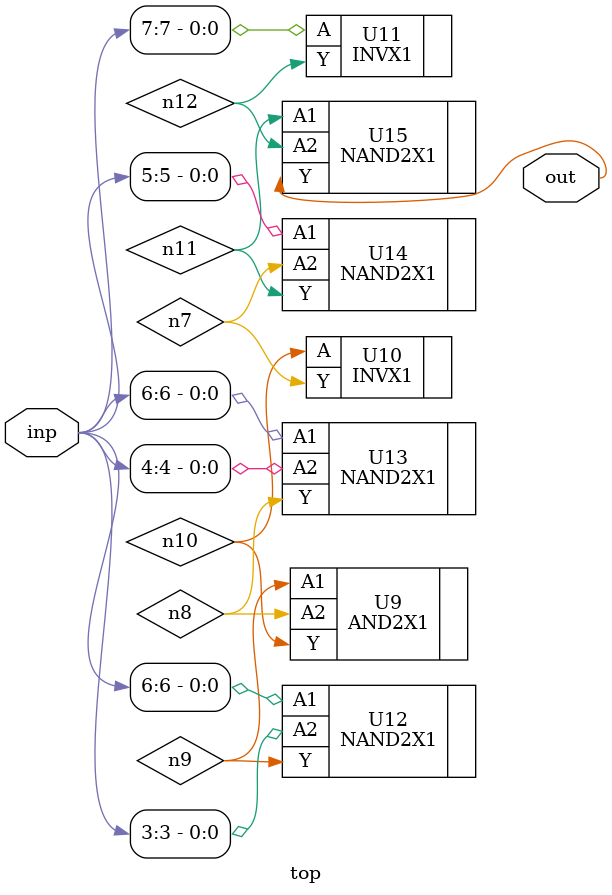
<source format=sv>


module top ( inp, out );
  input [7:0] inp;
  output out;
  wire   n7, n8, n9, n10, n11, n12;

  AND2X1 U9 ( .A1(n9), .A2(n8), .Y(n10) );
  INVX1 U10 ( .A(n10), .Y(n7) );
  INVX1 U11 ( .A(inp[7]), .Y(n12) );
  NAND2X1 U12 ( .A1(inp[6]), .A2(inp[3]), .Y(n9) );
  NAND2X1 U13 ( .A1(inp[6]), .A2(inp[4]), .Y(n8) );
  NAND2X1 U14 ( .A1(inp[5]), .A2(n7), .Y(n11) );
  NAND2X1 U15 ( .A1(n11), .A2(n12), .Y(out) );
endmodule


</source>
